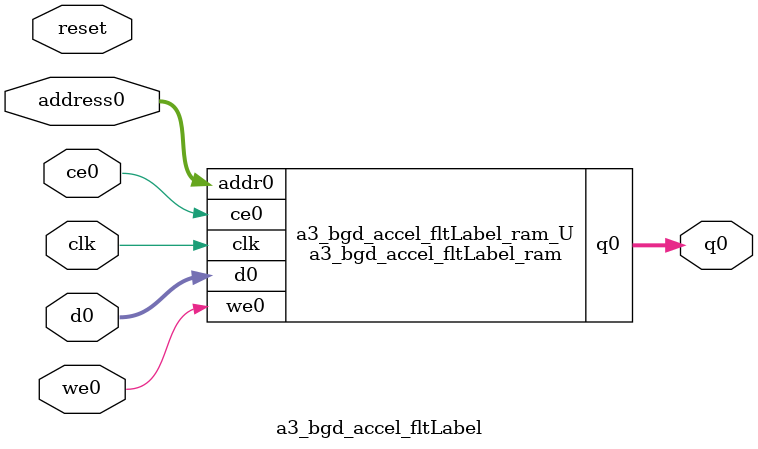
<source format=v>
`timescale 1 ns / 1 ps
module a3_bgd_accel_fltLabel_ram (addr0, ce0, d0, we0, q0,  clk);

parameter DWIDTH = 32;
parameter AWIDTH = 4;
parameter MEM_SIZE = 10;

input[AWIDTH-1:0] addr0;
input ce0;
input[DWIDTH-1:0] d0;
input we0;
output reg[DWIDTH-1:0] q0;
input clk;

(* ram_style = "distributed" *)reg [DWIDTH-1:0] ram[0:MEM_SIZE-1];




always @(posedge clk)  
begin 
    if (ce0) 
    begin
        if (we0) 
        begin 
            ram[addr0] <= d0; 
        end 
        q0 <= ram[addr0];
    end
end


endmodule

`timescale 1 ns / 1 ps
module a3_bgd_accel_fltLabel(
    reset,
    clk,
    address0,
    ce0,
    we0,
    d0,
    q0);

parameter DataWidth = 32'd32;
parameter AddressRange = 32'd10;
parameter AddressWidth = 32'd4;
input reset;
input clk;
input[AddressWidth - 1:0] address0;
input ce0;
input we0;
input[DataWidth - 1:0] d0;
output[DataWidth - 1:0] q0;



a3_bgd_accel_fltLabel_ram a3_bgd_accel_fltLabel_ram_U(
    .clk( clk ),
    .addr0( address0 ),
    .ce0( ce0 ),
    .we0( we0 ),
    .d0( d0 ),
    .q0( q0 ));

endmodule


</source>
